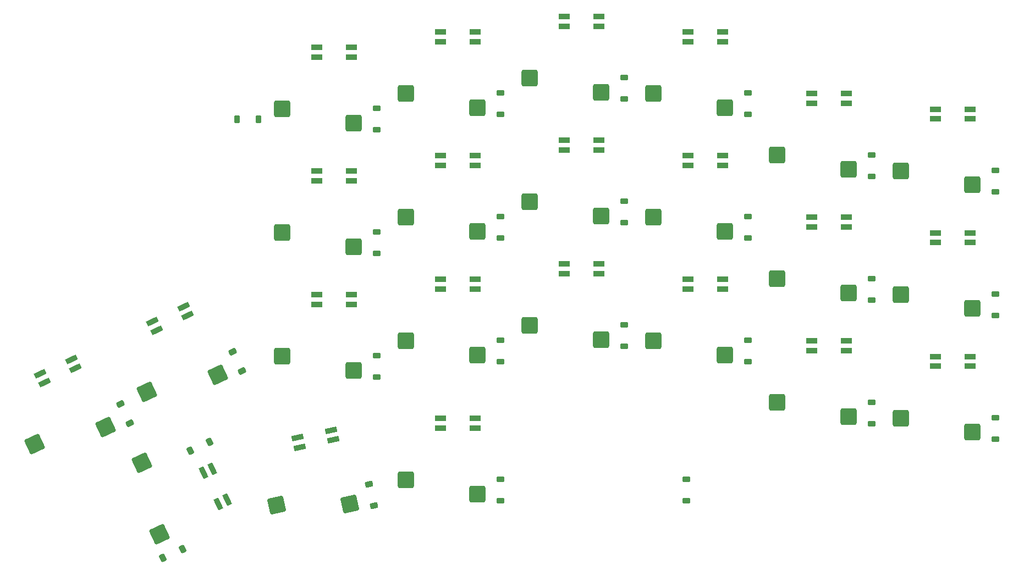
<source format=gbr>
%TF.GenerationSoftware,KiCad,Pcbnew,7.0.5*%
%TF.CreationDate,2024-03-19T12:28:54+08:00*%
%TF.ProjectId,Prime52right,5072696d-6535-4327-9269-6768742e6b69,rev?*%
%TF.SameCoordinates,Original*%
%TF.FileFunction,Paste,Bot*%
%TF.FilePolarity,Positive*%
%FSLAX46Y46*%
G04 Gerber Fmt 4.6, Leading zero omitted, Abs format (unit mm)*
G04 Created by KiCad (PCBNEW 7.0.5) date 2024-03-19 12:28:54*
%MOMM*%
%LPD*%
G01*
G04 APERTURE LIST*
G04 Aperture macros list*
%AMRoundRect*
0 Rectangle with rounded corners*
0 $1 Rounding radius*
0 $2 $3 $4 $5 $6 $7 $8 $9 X,Y pos of 4 corners*
0 Add a 4 corners polygon primitive as box body*
4,1,4,$2,$3,$4,$5,$6,$7,$8,$9,$2,$3,0*
0 Add four circle primitives for the rounded corners*
1,1,$1+$1,$2,$3*
1,1,$1+$1,$4,$5*
1,1,$1+$1,$6,$7*
1,1,$1+$1,$8,$9*
0 Add four rect primitives between the rounded corners*
20,1,$1+$1,$2,$3,$4,$5,0*
20,1,$1+$1,$4,$5,$6,$7,0*
20,1,$1+$1,$6,$7,$8,$9,0*
20,1,$1+$1,$8,$9,$2,$3,0*%
%AMRotRect*
0 Rectangle, with rotation*
0 The origin of the aperture is its center*
0 $1 length*
0 $2 width*
0 $3 Rotation angle, in degrees counterclockwise*
0 Add horizontal line*
21,1,$1,$2,0,0,$3*%
G04 Aperture macros list end*
%ADD10RoundRect,0.250000X1.000000X1.000000X-1.000000X1.000000X-1.000000X-1.000000X1.000000X-1.000000X0*%
%ADD11RoundRect,0.250000X0.483690X1.328926X-1.328926X0.483690X-0.483690X-1.328926X1.328926X-0.483690X0*%
%ADD12RoundRect,0.250000X0.759856X1.192736X-1.192736X0.759856X-0.759856X-1.192736X1.192736X-0.759856X0*%
%ADD13RoundRect,0.250000X1.328926X-0.483690X0.483690X1.328926X-1.328926X0.483690X-0.483690X-1.328926X0*%
%ADD14RoundRect,0.225000X-0.375000X0.225000X-0.375000X-0.225000X0.375000X-0.225000X0.375000X0.225000X0*%
%ADD15RoundRect,0.225000X-0.434955X0.045437X-0.244776X-0.362401X0.434955X-0.045437X0.244776X0.362401X0*%
%ADD16R,1.800000X0.820000*%
%ADD17RoundRect,0.225000X0.225000X0.375000X-0.225000X0.375000X-0.225000X-0.375000X0.225000X-0.375000X0*%
%ADD18RotRect,1.800000X0.820000X205.000000*%
%ADD19RotRect,1.800000X0.820000X115.000000*%
%ADD20RoundRect,0.225000X0.045437X0.434955X-0.362401X0.244776X-0.045437X-0.434955X0.362401X-0.244776X0*%
%ADD21RotRect,1.800000X0.820000X192.500000*%
%ADD22RoundRect,0.225000X-0.414810X0.138502X-0.317412X-0.300831X0.414810X-0.138502X0.317412X0.300831X0*%
G04 APERTURE END LIST*
D10*
%TO.C,K43*%
X338508000Y-102039000D03*
X327458000Y-99839000D03*
%TD*%
%TO.C,K47*%
X357558000Y-111564000D03*
X346508000Y-109364000D03*
%TD*%
%TO.C,K35*%
X300408000Y-82989000D03*
X289358000Y-80789000D03*
%TD*%
%TO.C,K46*%
X357558000Y-92514000D03*
X346508000Y-90314000D03*
%TD*%
%TO.C,K52*%
X376608000Y-132995000D03*
X365558000Y-130795000D03*
%TD*%
%TO.C,K33*%
X281358000Y-123470000D03*
X270308000Y-121270000D03*
%TD*%
D11*
%TO.C,K28*%
X260444984Y-124113026D03*
X249500522Y-126789081D03*
%TD*%
D10*
%TO.C,K42*%
X338508000Y-82989000D03*
X327458000Y-80789000D03*
%TD*%
D12*
%TO.C,K38*%
X280748933Y-144010046D03*
X269484695Y-144253853D03*
%TD*%
D10*
%TO.C,K44*%
X338508000Y-121089000D03*
X327458000Y-118889000D03*
%TD*%
D13*
%TO.C,K34*%
X251434519Y-148678867D03*
X248758464Y-137734405D03*
%TD*%
D10*
%TO.C,K31*%
X281358000Y-85370000D03*
X270308000Y-83170000D03*
%TD*%
%TO.C,K40*%
X319458000Y-99658000D03*
X308408000Y-97458000D03*
%TD*%
%TO.C,K36*%
X300408000Y-102039000D03*
X289358000Y-99839000D03*
%TD*%
%TO.C,K41*%
X319458000Y-118708000D03*
X308408000Y-116508000D03*
%TD*%
%TO.C,K48*%
X357558000Y-130614000D03*
X346508000Y-128414000D03*
%TD*%
D11*
%TO.C,K29*%
X243180236Y-132164026D03*
X232235774Y-134840081D03*
%TD*%
D10*
%TO.C,K37*%
X300408000Y-121089000D03*
X289358000Y-118889000D03*
%TD*%
%TO.C,K51*%
X376608000Y-113945000D03*
X365558000Y-111745000D03*
%TD*%
%TO.C,K45*%
X300408000Y-142520000D03*
X289358000Y-140320000D03*
%TD*%
%TO.C,K32*%
X281358000Y-104420000D03*
X270308000Y-102220000D03*
%TD*%
%TO.C,K50*%
X376608000Y-94895000D03*
X365558000Y-92695000D03*
%TD*%
%TO.C,K39*%
X319458000Y-80608000D03*
X308408000Y-78408000D03*
%TD*%
D14*
%TO.C,D46*%
X361133000Y-90264000D03*
X361133000Y-93564000D03*
%TD*%
D15*
%TO.C,D28*%
X262733680Y-120562592D03*
X264128320Y-123553408D03*
%TD*%
D16*
%TO.C,L42*%
X357183000Y-101384000D03*
X357183000Y-99884000D03*
X351883000Y-99884000D03*
X351883000Y-101384000D03*
%TD*%
D17*
%TO.C,D27*%
X266658000Y-84770000D03*
X263358000Y-84770000D03*
%TD*%
D16*
%TO.C,L31*%
X294733000Y-71309000D03*
X294733000Y-72809000D03*
X300033000Y-72809000D03*
X300033000Y-71309000D03*
%TD*%
D14*
%TO.C,D52*%
X380183000Y-130745000D03*
X380183000Y-134045000D03*
%TD*%
D18*
%TO.C,L24*%
X238537679Y-123096792D03*
X237903752Y-121737331D03*
X233100321Y-123977208D03*
X233734248Y-125336669D03*
%TD*%
D16*
%TO.C,L44*%
X370933000Y-83215000D03*
X370933000Y-84715000D03*
X376233000Y-84715000D03*
X376233000Y-83215000D03*
%TD*%
%TO.C,L34*%
X300033000Y-132340000D03*
X300033000Y-130840000D03*
X294733000Y-130840000D03*
X294733000Y-132340000D03*
%TD*%
D14*
%TO.C,D49*%
X332558000Y-140270000D03*
X332558000Y-143570000D03*
%TD*%
D16*
%TO.C,L43*%
X357183000Y-82334000D03*
X357183000Y-80834000D03*
X351883000Y-80834000D03*
X351883000Y-82334000D03*
%TD*%
%TO.C,L41*%
X357183000Y-120434000D03*
X357183000Y-118934000D03*
X351883000Y-118934000D03*
X351883000Y-120434000D03*
%TD*%
D19*
%TO.C,L26*%
X260502098Y-144035831D03*
X261861559Y-143401904D03*
X259621682Y-138598473D03*
X258262221Y-139232400D03*
%TD*%
D16*
%TO.C,L39*%
X332833000Y-90359000D03*
X332833000Y-91859000D03*
X338133000Y-91859000D03*
X338133000Y-90359000D03*
%TD*%
D14*
%TO.C,D40*%
X323033000Y-97408000D03*
X323033000Y-100708000D03*
%TD*%
D15*
%TO.C,D29*%
X245469680Y-128613592D03*
X246864320Y-131604408D03*
%TD*%
D14*
%TO.C,D45*%
X303983000Y-140270000D03*
X303983000Y-143570000D03*
%TD*%
%TO.C,D44*%
X342083000Y-118839000D03*
X342083000Y-122139000D03*
%TD*%
D20*
%TO.C,D30*%
X259194408Y-134440680D03*
X256203592Y-135835320D03*
%TD*%
D14*
%TO.C,D39*%
X323033000Y-78358000D03*
X323033000Y-81658000D03*
%TD*%
%TO.C,D42*%
X342083000Y-80739000D03*
X342083000Y-84039000D03*
%TD*%
%TO.C,D33*%
X284933000Y-121220000D03*
X284933000Y-124520000D03*
%TD*%
D16*
%TO.C,L33*%
X294733000Y-109409000D03*
X294733000Y-110909000D03*
X300033000Y-110909000D03*
X300033000Y-109409000D03*
%TD*%
%TO.C,L32*%
X294733000Y-90359000D03*
X294733000Y-91859000D03*
X300033000Y-91859000D03*
X300033000Y-90359000D03*
%TD*%
D14*
%TO.C,D41*%
X323033000Y-116458000D03*
X323033000Y-119758000D03*
%TD*%
D16*
%TO.C,L30*%
X280983000Y-75190000D03*
X280983000Y-73690000D03*
X275683000Y-73690000D03*
X275683000Y-75190000D03*
%TD*%
D14*
%TO.C,D36*%
X303983000Y-99789000D03*
X303983000Y-103089000D03*
%TD*%
%TO.C,D43*%
X342083000Y-99789000D03*
X342083000Y-103089000D03*
%TD*%
D16*
%TO.C,L45*%
X370933000Y-102265000D03*
X370933000Y-103765000D03*
X376233000Y-103765000D03*
X376233000Y-102265000D03*
%TD*%
D21*
%TO.C,L27*%
X278179514Y-134152657D03*
X277854855Y-132688213D03*
X272680486Y-133835343D03*
X273005145Y-135299787D03*
%TD*%
D16*
%TO.C,L36*%
X319083000Y-89478000D03*
X319083000Y-87978000D03*
X313783000Y-87978000D03*
X313783000Y-89478000D03*
%TD*%
%TO.C,L46*%
X370933000Y-121315000D03*
X370933000Y-122815000D03*
X376233000Y-122815000D03*
X376233000Y-121315000D03*
%TD*%
D14*
%TO.C,D31*%
X284933000Y-83120000D03*
X284933000Y-86420000D03*
%TD*%
%TO.C,D37*%
X303983000Y-118839000D03*
X303983000Y-122139000D03*
%TD*%
%TO.C,D51*%
X380183000Y-111695000D03*
X380183000Y-114995000D03*
%TD*%
D16*
%TO.C,L29*%
X280983000Y-94240000D03*
X280983000Y-92740000D03*
X275683000Y-92740000D03*
X275683000Y-94240000D03*
%TD*%
%TO.C,L35*%
X319083000Y-108528000D03*
X319083000Y-107028000D03*
X313783000Y-107028000D03*
X313783000Y-108528000D03*
%TD*%
D14*
%TO.C,D35*%
X303983000Y-80739000D03*
X303983000Y-84039000D03*
%TD*%
D20*
%TO.C,D34*%
X254984816Y-150968360D03*
X251994000Y-152363000D03*
%TD*%
D16*
%TO.C,L28*%
X280983000Y-113290000D03*
X280983000Y-111790000D03*
X275683000Y-111790000D03*
X275683000Y-113290000D03*
%TD*%
%TO.C,L40*%
X332833000Y-109409000D03*
X332833000Y-110909000D03*
X338133000Y-110909000D03*
X338133000Y-109409000D03*
%TD*%
D18*
%TO.C,L25*%
X255802679Y-115045792D03*
X255168752Y-113686331D03*
X250365321Y-115926208D03*
X250999248Y-117285669D03*
%TD*%
D14*
%TO.C,D47*%
X361133000Y-109314000D03*
X361133000Y-112614000D03*
%TD*%
D16*
%TO.C,L38*%
X332833000Y-71309000D03*
X332833000Y-72809000D03*
X338133000Y-72809000D03*
X338133000Y-71309000D03*
%TD*%
%TO.C,L37*%
X319083000Y-70428000D03*
X319083000Y-68928000D03*
X313783000Y-68928000D03*
X313783000Y-70428000D03*
%TD*%
D14*
%TO.C,D32*%
X284933000Y-102170000D03*
X284933000Y-105470000D03*
%TD*%
%TO.C,D50*%
X380183000Y-92645000D03*
X380183000Y-95945000D03*
%TD*%
%TO.C,D48*%
X361133000Y-128364000D03*
X361133000Y-131664000D03*
%TD*%
D22*
%TO.C,D38*%
X283751875Y-141039112D03*
X284466125Y-144260888D03*
%TD*%
M02*

</source>
